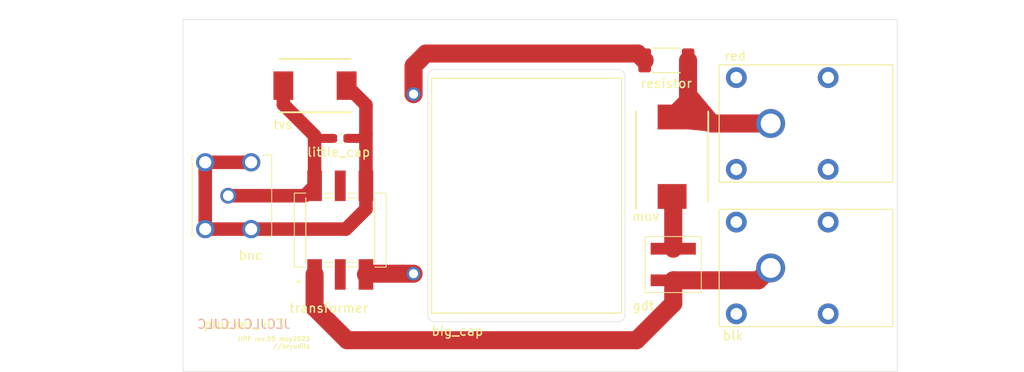
<source format=kicad_pcb>
(kicad_pcb (version 20211014) (generator pcbnew)
  (layers (0 "F.Cu" signal) (31 "B.Cu" signal) (34 "B.Paste" user) (35 "F.Paste" user) (36 "B.SilkS" user "B.Silkscreen") (37 "F.SilkS" user "F.Silkscreen") (38 "B.Mask" user) (39 "F.Mask" user) (44 "Edge.Cuts" user))
  (net 0 "")
  (net 1 "0")
  (net 2 "Out")
  (net 3 "Net-(RV1-Pad1)")
  (net 4 "Net-(C1-Pad1)")
  (net 6 "Net-(J2_BLACK1-Pad1)")
  (net 8 "Net-(C1-Pad2)")
  (net 9 "in")
  (footprint "Capacitor_SMD:C_0603_1608Metric_Pad1.05x0.95mm_HandSolder" (layer "F.Cu") (at 123.19 98.552 180)
    (fp_text reference "C2" hide)
    (fp_text value "220pF")
    (fp_line (start -0.171267 0.51) (end 0.171267 0.51) (layer "F.SilkS") (width 0.12))
    (fp_line (start -0.171267 -0.51) (end 0.171267 -0.51) (layer "F.SilkS") (width 0.12))
    (pad "1" smd roundrect locked (at -0.875 0 180) (size 1.05 0.95) (layers "F.Cu" "F.Paste" "F.Mask") (net 1 "0"))
    (pad "2" smd roundrect locked (at 0.875 0 180) (size 1.05 0.95) (layers "F.Cu" "F.Paste" "F.Mask") (net 2 "Out"))
  )
  (footprint "ECQ-UBAF4747K_kicad:ECQ-UBAF474K-3_side" (layer "F.Cu") (at 133.296 104.902 180)
    (fp_text reference "C1" hide)
    (fp_text value "ECQ-UBAF474K" hide)
    (fp_line (start 0 13) (end -21 13) (layer "F.SilkS") (width 0.12))
    (fp_line (start 0 -13) (end -21 -13) (layer "F.SilkS") (width 0.12))
    (fp_line (start -21 13) (end -21 -13) (layer "F.SilkS") (width 0.12))
    (fp_line (start 0 13) (end 0 -13) (layer "F.SilkS") (width 0.12))
    (pad "1" thru_hole circle (at 2 11.25 180) (size 1.524 1.524) (drill 1) (layers *.Cu *.Mask) (net 4 "Net-(C1-Pad1)"))
    (pad "2" thru_hole circle (at 2 -8.636 180) (size 1.524 1.524) (drill 1) (layers *.Cu *.Mask) (net 8 "Net-(C1-Pad2)"))
  )
  (footprint "GT07-110-013-Modifed:GT07110013" (layer "F.Cu") (at 123.19 108.712 180)
    (fp_text reference "T1" hide)
    (fp_text value "GT07-110-013" hide)
    (fp_line (start 3.81 -3.556) (end 3.81 3.556) (layer "F.SilkS") (width 0.12))
    (fp_line (start 1.778 -4.058) (end 0.762 -4.058) (layer "F.SilkS") (width 0.1))
    (fp_line (start 3.81 -4.1) (end 5.08 -4.1) (layer "F.SilkS") (width 0.1))
    (fp_line (start 1.778 -3.55) (end 0.762 -3.55) (layer "F.SilkS") (width 0.1))
    (fp_line (start 1.778 4.07) (end 0.762 4.07) (layer "F.SilkS") (width 0.1))
    (fp_line (start -5.08 4.1) (end -5.08 -4.1) (layer "F.SilkS") (width 0.1))
    (fp_line (start 4.572 -5.715) (end 4.572 -5.715) (layer "F.SilkS") (width 0.2))
    (fp_line (start -3.81 -3.556) (end -3.81 3.556) (layer "F.SilkS") (width 0.12))
    (fp_line (start -0.762 -4.058) (end -1.778 -4.058) (layer "F.SilkS") (width 0.1))
    (fp_line (start 5.08 -4.1) (end 5.08 4.1) (layer "F.SilkS") (width 0.1))
    (fp_line (start 4.572 -5.715) (end 4.572 -5.715) (layer "F.SilkS") (width 0.2))
    (fp_line (start 5.08 4.1) (end 3.81 4.1) (layer "F.SilkS") (width 0.1))
    (fp_line (start 4.672 -5.715) (end 4.672 -5.715) (layer "F.SilkS") (width 0.2))
    (fp_line (start -0.762 -3.55) (end -1.778 -3.55) (layer "F.SilkS") (width 0.1))
    (fp_line (start -0.762 3.562) (end -1.778 3.562) (layer "F.SilkS") (width 0.1))
    (fp_line (start -5.08 -4.1) (end -3.81 -4.1) (layer "F.SilkS") (width 0.1))
    (fp_line (start -0.762 4.07) (end -1.778 4.07) (layer "F.SilkS") (width 0.1))
    (fp_line (start 1.778 3.562) (end 0.762 3.562) (layer "F.SilkS") (width 0.1))
    (fp_line (start -3.81 4.1) (end -5.08 4.1) (layer "F.SilkS") (width 0.1))
    (fp_arc (start 4.672 -5.715) (mid 4.622 -5.665) (end 4.572 -5.715) (layer "F.SilkS") (width 0.2))
    (fp_arc (start 4.672 -5.715) (mid 4.622 -5.665) (end 4.572 -5.715) (layer "F.SilkS") (width 0.2))
    (fp_arc (start 4.572 -5.715) (mid 4.622 -5.765) (end 4.672 -5.715) (layer "F.SilkS") (width 0.2))
    (pad "1" smd rect (at 2.84 -4.91 180) (size 1.62 3.375) (layers "F.Cu" "F.Paste" "F.Mask") (net 6 "Net-(J2_BLACK1-Pad1)"))
    (pad "2" smd rect (at 0 -4.91 180) (size 1.2 3.375) (layers "F.Cu" "F.Paste" "F.Mask"))
    (pad "3" smd rect (at -2.84 -4.91 180) (size 1.62 3.375) (layers "F.Cu" "F.Paste" "F.Mask") (net 8 "Net-(C1-Pad2)"))
    (pad "4" smd rect (at -2.84 4.91 180) (size 1.62 3.375) (layers "F.Cu" "F.Paste" "F.Mask") (net 1 "0"))
    (pad "5" smd rect (at 0 4.91 180) (size 1.2 3.375) (layers "F.Cu" "F.Paste" "F.Mask"))
    (pad "6" smd rect (at 2.84 4.91 180) (size 1.62 3.375) (layers "F.Cu" "F.Paste" "F.Mask") (net 2 "Out"))
  )
  (footprint "kyuditsky_kicad:Banana_Jack_S_RA_73099" (layer "F.Cu") (at 170.796 96.902)
    (fp_text reference "J3_RED1" hide)
    (fp_text value "Conn_01x01")
    (fp_line (start 13.5 -6.5) (end -5.7 -6.5) (layer "F.SilkS") (width 0.12))
    (fp_line (start -5.7 6.5) (end 13.5 6.5) (layer "F.SilkS") (width 0.12))
    (fp_line (start -5.7 -6.5) (end -5.7 6.5) (layer "F.SilkS") (width 0.12))
    (fp_line (start 13.5 -6.5) (end 13.5 6.5) (layer "F.SilkS") (width 0.12))
    (pad "1" thru_hole circle (at 0 0) (size 3.2 3.2) (drill 2.2) (layers *.Cu *.Mask) (net 9 "in"))
    (pad "2" thru_hole circle locked (at 6.36 -5.08) (size 2.3 2.3) (drill 1.3) (layers *.Cu *.Mask))
    (pad "2" thru_hole circle locked (at -3.8 -5.08) (size 2.3 2.3) (drill 1.3) (layers *.Cu *.Mask))
    (pad "2" thru_hole circle locked (at 6.36 5.08) (size 2.3 2.3) (drill 1.3) (layers *.Cu *.Mask))
    (pad "2" thru_hole circle locked (at -3.8 5.08) (size 2.3 2.3) (drill 1.3) (layers *.Cu *.Mask))
  )
  (footprint "kyuditsky_kicad:littlefuseTVS" (layer "F.Cu") (at 120.396 92.71)
    (fp_text reference "D1" hide)
    (fp_text value "SMCJ918.0CA" hide)
    (fp_line (start -3.97 2.952) (end 3.97 2.952) (layer "F.SilkS") (width 0.2))
    (fp_line (start 3.97 -2.952) (end -3.97 -2.952) (layer "F.SilkS") (width 0.2))
    (pad "1" smd rect locked (at -3.5 0) (size 2.2 3.15) (layers "F.Cu" "F.Paste" "F.Mask") (net 2 "Out"))
    (pad "2" smd rect locked (at 3.5 0) (size 2.2 3.15) (layers "F.Cu" "F.Paste" "F.Mask") (net 1 "0"))
  )
  (footprint "kyuditsky_kicad:MOV_VP4032K122R300" (layer "F.Cu") (at 159.766 100.584 90)
    (fp_text reference "RV1" hide)
    (fp_text value "VP4032K122R300")
    (fp_line (start 5 -3.873) (end -5.775 -3.873) (layer "F.SilkS") (width 0.2))
    (fp_line (start -5 4.127) (end 5 4.127) (layer "F.SilkS") (width 0.2))
    (pad "1" smd rect (at -4.4 0.127 90) (size 2.75 3.2) (layers "F.Cu" "F.Paste" "F.Mask") (net 3 "Net-(RV1-Pad1)"))
    (pad "2" smd rect (at 4.4 0.127 90) (size 2.75 3.2) (layers "F.Cu" "F.Paste" "F.Mask") (net 9 "in"))
  )
  (footprint "Resistor_SMD:R_2010_5025Metric_Pad1.40x2.65mm_HandSolder" (layer "F.Cu") (at 159.258 89.916 180)
    (fp_text reference "R1" hide)
    (fp_text value "2.2")
    (fp_line (start -1.527064 1.36) (end 1.527064 1.36) (layer "F.SilkS") (width 0.12))
    (fp_line (start -1.527064 -1.36) (end 1.527064 -1.36) (layer "F.SilkS") (width 0.12))
    (pad "1" smd roundrect (at -2.4 0 180) (size 1.4 2.65) (layers "F.Cu" "F.Paste" "F.Mask") (roundrect_rratio 0.1785707143) (net 9 "in"))
    (pad "2" smd roundrect (at 2.4 0 180) (size 1.4 2.65) (layers "F.Cu" "F.Paste" "F.Mask") (roundrect_rratio 0.1785707143) (net 4 "Net-(C1-Pad1)"))
  )
  (footprint "kyuditsky_kicad:SL1002A600SP" (layer "F.Cu") (at 160.02 112.522 -90)
    (fp_text reference "U1" hide)
    (fp_text value "SL1002A600SP" hide)
    (fp_line (start 3.1 3.1) (end -3.1 3.1) (layer "F.SilkS") (width 0.1))
    (fp_line (start 3.1 -3.1) (end 3.1 3.1) (layer "F.SilkS") (width 0.1))
    (fp_line (start -3.1 -3.1) (end 3.1 -3.1) (layer "F.SilkS") (width 0.1))
    (fp_line (start -3.1 3.1) (end -3.1 -3.1) (layer "F.SilkS") (width 0.1))
    (pad "1" smd rect locked (at -1.75 0 270) (size 1.3 5) (layers "F.Cu" "F.Paste" "F.Mask") (net 3 "Net-(RV1-Pad1)"))
    (pad "2" smd rect locked (at 1.75 0 270) (size 1.3 5) (layers "F.Cu" "F.Paste" "F.Mask") (net 6 "Net-(J2_BLACK1-Pad1)"))
  )
  (footprint "kyuditsky_kicad:Banana_Jack_S_RA_73099" (layer "F.Cu") (at 170.796 112.902)
    (fp_text reference "J2_BLACK1" hide)
    (fp_text value "Conn_01x01")
    (fp_line (start 13.5 -6.5) (end 13.5 6.5) (layer "F.SilkS") (width 0.12))
    (fp_line (start -5.7 6.5) (end 13.5 6.5) (layer "F.SilkS") (width 0.12))
    (fp_line (start -5.7 -6.5) (end -5.7 6.5) (layer "F.SilkS") (width 0.12))
    (fp_line (start 13.5 -6.5) (end -5.7 -6.5) (layer "F.SilkS") (width 0.12))
    (pad "1" thru_hole circle locked (at 0 0) (size 3.2 3.2) (drill 2.2) (layers *.Cu *.Mask) (net 6 "Net-(J2_BLACK1-Pad1)"))
    (pad "2" thru_hole circle locked (at -3.8 5.08) (size 2.3 2.3) (drill 1.3) (layers *.Cu *.Mask))
    (pad "2" thru_hole circle locked (at 6.36 -5.08) (size 2.3 2.3) (drill 1.3) (layers *.Cu *.Mask))
    (pad "2" thru_hole circle locked (at 6.36 5.08) (size 2.3 2.3) (drill 1.3) (layers *.Cu *.Mask))
    (pad "2" thru_hole circle locked (at -3.8 -5.08) (size 2.3 2.3) (drill 1.3) (layers *.Cu *.Mask))
  )
  (footprint "kyuditsky_kicad:BNC5JPGNRABH2D" (layer "F.Cu") (at 110.796 104.902 90)
    (fp_text reference "J1_BNC1" hide)
    (fp_text value "BNC5-J-P-GN-RA-BH2D" hide)
    (fp_line (start -4.5 4.81) (end 4.5 4.81) (layer "F.SilkS") (width 0.1))
    (fp_line (start -4.5 -3.99) (end 4.5 -3.99) (layer "F.SilkS") (width 0.1))
    (fp_line (start -4.5 3.81) (end -4.5 4.81) (layer "F.SilkS") (width 0.1))
    (fp_line (start 4.5 4.81) (end 4.5 3.81) (layer "F.SilkS") (width 0.1))
    (pad "1" thru_hole circle locked (at 0 0 90) (size 1.755 1.755) (drill 1.17) (layers *.Cu *.Mask) (net 2 "Out"))
    (pad "2" thru_hole circle locked (at -3.7 -2.54 90) (size 2.025 2.025) (drill 1.35) (layers *.Cu *.Mask) (net 1 "0"))
    (pad "3" thru_hole circle locked (at -3.7 2.54 90) (size 2.025 2.025) (drill 1.35) (layers *.Cu *.Mask) (net 1 "0"))
    (pad "4" thru_hole circle locked (at 3.7 2.54 90) (size 2.025 2.025) (drill 1.35) (layers *.Cu *.Mask) (net 1 "0"))
    (pad "5" thru_hole circle locked (at 3.7 -2.54 90) (size 2.025 2.025) (drill 1.35) (layers *.Cu *.Mask) (net 1 "0"))
  )
  (gr_line (start 105.796 124.402) (end 184.796 124.402) (layer "Edge.Cuts") (width 0.05))
  (gr_arc (start 153.924 90.932) (mid 154.462815 91.155185) (end 154.686 91.694) (layer "Edge.Cuts") (width 0.05))
  (gr_line (start 132.872815 91.694) (end 132.872815 118.11) (layer "Edge.Cuts") (width 0.05))
  (gr_line (start 105.796 85.402) (end 105.796 124.402) (layer "Edge.Cuts") (width 0.05))
  (gr_line (start 105.796 85.402) (end 184.796 85.402) (layer "Edge.Cuts") (width 0.05))
  (gr_arc (start 133.634815 118.872) (mid 133.096 118.648815) (end 132.872815 118.11) (layer "Edge.Cuts") (width 0.05))
  (gr_line (start 133.634815 118.872) (end 153.924 118.872) (layer "Edge.Cuts") (width 0.05))
  (gr_line (start 153.924 90.932) (end 133.634815 90.932) (layer "Edge.Cuts") (width 0.05))
  (gr_line (start 154.686 118.11) (end 154.686 91.694) (layer "Edge.Cuts") (width 0.05))
  (gr_arc (start 132.872815 91.694) (mid 133.096 91.155185) (end 133.634815 90.932) (layer "Edge.Cuts") (width 0.05))
  (gr_arc (start 154.686 118.11) (mid 154.462815 118.648815) (end 153.924 118.872) (layer "Edge.Cuts") (width 0.05))
  (gr_line (start 184.796 85.402) (end 184.796 124.402) (layer "Edge.Cuts") (width 0.05))
  (gr_text "JLCJLCJLCJLC" (at 112.522 119.126) (layer "B.SilkS") (effects (font (size 1 1)) (justify mirror)))
  (gr_text "little_cap" (at 123.018733 100.076) (layer "F.SilkS") (effects (font (size 1 1))))
  (gr_text "transformer" (at 121.92 117.348) (layer "F.SilkS") (effects (font (size 1 1))))
  (gr_text "red" (at 166.878 89.408) (layer "F.SilkS") (effects (font (size 1 1))))
  (gr_text "plucker_v03" (at 112.522 119.126) (layer "F.SilkS") (effects (font (size 1 1))))
  (gr_text "big_cap" (at 136.144 119.888) (layer "F.SilkS") (effects (font (size 1 1))))
  (gr_text "blk" (at 166.624 120.396) (layer "F.SilkS") (effects (font (size 1 1))))
  (gr_text "mov" (at 156.972 107.188) (layer "F.SilkS") (effects (font (size 1 1))))
  (gr_text "resistor" (at 159.258 92.456) (layer "F.SilkS") (effects (font (size 1 1))))
  (gr_text "tvs" (at 116.84 97.028) (layer "F.SilkS") (effects (font (size 1 1))))
  (gr_text "bnc" (at 113.284 111.506) (layer "F.SilkS") (effects (font (size 1 1))))
  (gr_text "gdt" (at 156.718 117.094) (layer "F.SilkS") (effects (font (size 1 1))))
  (gr_text "HPF rev.05 may2023\n//keyudits" (at 119.888 121.158) (layer "F.SilkS") (effects (font (size 0.5 0.5) (thickness 0.1)) (justify right)))
  (segment (start 126.03 94.844) (end 126.03 97.998) (width 1.5) (layer "F.Cu") (net 1))
  (segment (start 125.476 98.552) (end 126.03 97.998) (width 1) (layer "F.Cu") (net 1))
  (segment (start 108.256 108.602) (end 108.256 101.202) (width 1.5) (layer "F.Cu") (net 1))
  (segment (start 113.336 108.602) (end 123.808 108.602) (width 1.5) (layer "F.Cu") (net 1))
  (segment (start 108.256 101.202) (end 113.336 101.202) (width 1.5) (layer "F.Cu") (net 1))
  (segment (start 126.03 106.38) (end 126.03 103.802) (width 1.5) (layer "F.Cu") (net 1))
  (segment (start 123.896 92.71) (end 126.03 94.844) (width 1.5) (layer "F.Cu") (net 1))
  (segment (start 126.03 103.802) (end 126.03 97.998) (width 1.5) (layer "F.Cu") (net 1))
  (segment (start 123.808 108.602) (end 126.03 106.38) (width 1.5) (layer "F.Cu") (net 1))
  (segment (start 113.336 108.602) (end 108.256 108.602) (width 1.5) (layer "F.Cu") (net 1))
  (segment (start 124.065 98.552) (end 125.476 98.552) (width 1) (layer "F.Cu") (net 1))
  (segment (start 110.796 104.902) (end 119.25 104.902) (width 1.5) (layer "F.Cu") (net 2))
  (segment (start 119.25 104.902) (end 120.35 103.802) (width 1.5) (layer "F.Cu") (net 2))
  (segment (start 120.35 103.802) (end 120.35 98.252) (width 1.5) (layer "F.Cu") (net 2))
  (segment (start 116.896 92.71) (end 116.896 94.798) (width 1.5) (layer "F.Cu") (net 2))
  (segment (start 116.896 94.798) (end 120.35 98.252) (width 1.5) (layer "F.Cu") (net 2))
  (segment (start 122.315 98.552) (end 120.65 98.552) (width 1) (layer "F.Cu") (net 2))
  (segment (start 120.65 98.552) (end 120.35 98.252) (width 1) (layer "F.Cu") (net 2))
  (segment (start 160.02 104.857) (end 160.147 104.73) (width 2) (layer "F.Cu") (net 3))
  (segment (start 160.02 110.772) (end 160.02 104.857) (width 2) (layer "F.Cu") (net 3))
  (segment (start 131.296 93.652) (end 131.296 90.7) (width 2) (layer "F.Cu") (net 4))
  (segment (start 131.318 90.678) (end 131.318 90.498431) (width 2) (layer "F.Cu") (net 4))
  (segment (start 131.296 90.7) (end 131.318 90.678) (width 2) (layer "F.Cu") (net 4))
  (segment (start 132.662431 89.154) (end 156.096 89.154) (width 2) (layer "F.Cu") (net 4))
  (segment (start 131.318 90.498431) (end 132.662431 89.154) (width 2) (layer "F.Cu") (net 4))
  (segment (start 156.096 89.154) (end 156.858 89.916) (width 2) (layer "F.Cu") (net 4))
  (segment (start 123.9445 120.904) (end 155.956 120.904) (width 2) (layer "F.Cu") (net 6))
  (segment (start 120.35 117.3095) (end 123.9445 120.904) (width 2) (layer "F.Cu") (net 6))
  (segment (start 120.35 113.622) (end 120.35 117.3095) (width 2) (layer "F.Cu") (net 6))
  (segment (start 160.02 114.272) (end 160.02 116.84) (width 2) (layer "F.Cu") (net 6))
  (segment (start 160.02 114.272) (end 169.426 114.272) (width 2) (layer "F.Cu") (net 6))
  (segment (start 169.426 114.272) (end 170.796 112.902) (width 2) (layer "F.Cu") (net 6))
  (segment (start 155.956 120.904) (end 160.02 116.84) (width 2) (layer "F.Cu") (net 6))
  (segment (start 126.114 113.538) (end 126.03 113.622) (width 2) (layer "F.Cu") (net 8))
  (segment (start 131.296 113.538) (end 126.114 113.538) (width 2) (layer "F.Cu") (net 8))
  (segment (start 161.658 89.916) (end 161.658 94.419) (width 2) (layer "F.Cu") (net 9))
  (segment (start 164.141 96.902) (end 170.796 96.902) (width 2) (layer "F.Cu") (net 9))
  (segment (start 161.658 94.419) (end 160.147 95.93) (width 2) (layer "F.Cu") (net 9))
  (zone (net 9) (net_name "in") (layer "F.Cu") (connect_pads yes (clearance 1)) (min_thickness 0.254) (fill yes (thermal_gap 0.508) (thermal_bridge_width 0.508))
    (polygon (pts (xy 164.846 96.012) (xy 164.084 97.79) (xy 158.75 97.282) (xy 160.782 94.488) (xy 162.306 92.964)))
  )
  (zone (net 0) (net_name "") (layers F&B.Cu *.Adhes *.Paste *.SilkS *.Mask "Edge.Cuts") (connect_pads (clearance 0)) (min_thickness 0.254)
    (keepout (tracks not_allowed) (vias not_allowed) (pads not_allowed) (copperpour not_allowed) (footprints not_allowed))
    (fill (thermal_gap 0.508) (thermal_bridge_width 0.508))
    (polygon (pts (xy 185.812 87.468) (xy 105.664 87.468) (xy 105.664 85.344) (xy 185.812 85.344)))
  )
  (zone (net 0) (net_name "") (layers F&B.Cu *.Adhes *.Paste *.SilkS *.Mask "Edge.Cuts") (connect_pads (clearance 0)) (min_thickness 0.254)
    (keepout (tracks not_allowed) (vias not_allowed) (pads not_allowed) (copperpour not_allowed) (footprints not_allowed))
    (fill (thermal_gap 0.508) (thermal_bridge_width 0.508))
    (polygon (pts (xy 185.812 124.46) (xy 105.664 124.46) (xy 105.664 122.428) (xy 185.812 122.428)))
  )
)
</source>
